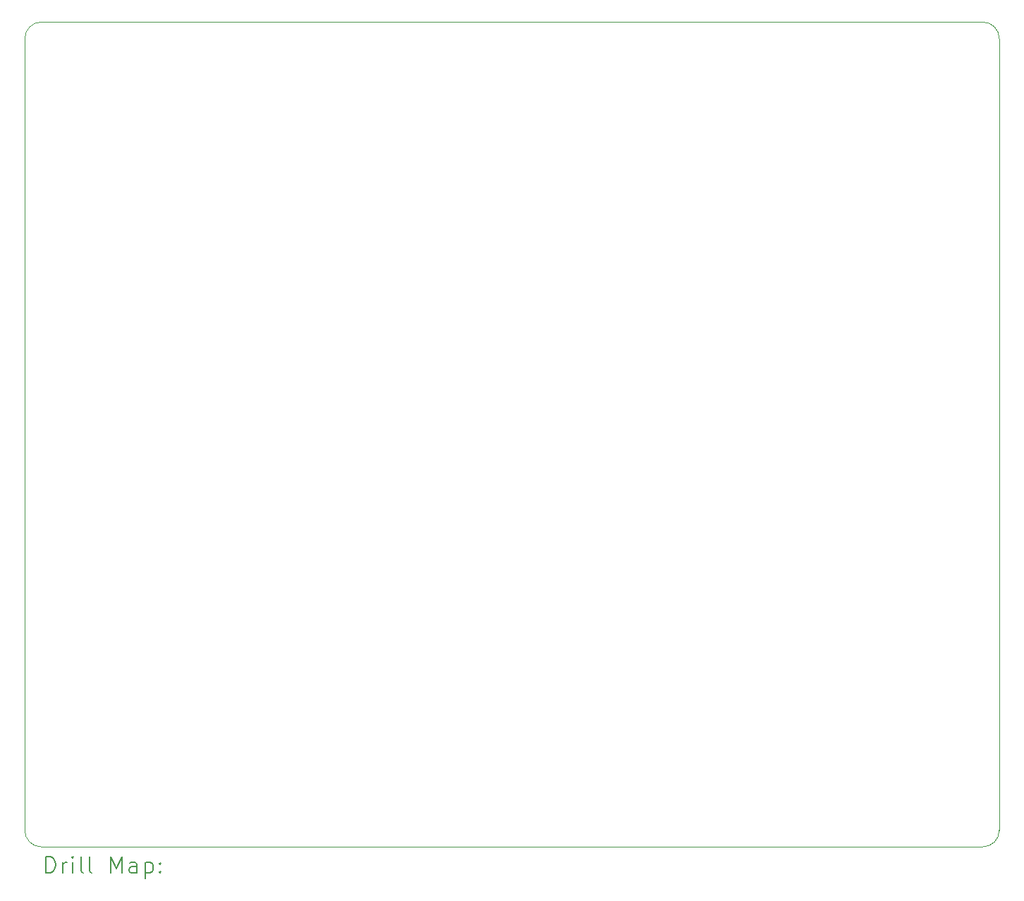
<source format=gbr>
%TF.GenerationSoftware,KiCad,Pcbnew,(6.0.11)*%
%TF.CreationDate,2024-04-02T21:51:22-04:00*%
%TF.ProjectId,Ultrasonic Sound Steering - Driver Rev. C,556c7472-6173-46f6-9e69-6320536f756e,rev?*%
%TF.SameCoordinates,Original*%
%TF.FileFunction,Drillmap*%
%TF.FilePolarity,Positive*%
%FSLAX45Y45*%
G04 Gerber Fmt 4.5, Leading zero omitted, Abs format (unit mm)*
G04 Created by KiCad (PCBNEW (6.0.11)) date 2024-04-02 21:51:22*
%MOMM*%
%LPD*%
G01*
G04 APERTURE LIST*
%ADD10C,0.100000*%
%ADD11C,0.200000*%
G04 APERTURE END LIST*
D10*
X31271911Y-4745000D02*
X31271490Y-14259579D01*
X31271910Y-4745000D02*
G75*
G03*
X31071911Y-4545000I-200000J0D01*
G01*
X19572331Y-14259579D02*
G75*
G03*
X19772333Y-14459579I199999J-1D01*
G01*
X19572333Y-14259579D02*
X19572333Y-4745421D01*
X19772333Y-4545421D02*
X31071911Y-4545000D01*
X31071490Y-14459579D02*
X19772333Y-14459579D01*
X31071490Y-14459580D02*
G75*
G03*
X31271490Y-14259579I0J200000D01*
G01*
X19772333Y-4545423D02*
G75*
G03*
X19572333Y-4745421I-3J-199997D01*
G01*
D11*
X19824952Y-14775055D02*
X19824952Y-14575055D01*
X19872571Y-14575055D01*
X19901142Y-14584579D01*
X19920190Y-14603626D01*
X19929714Y-14622674D01*
X19939238Y-14660769D01*
X19939238Y-14689340D01*
X19929714Y-14727436D01*
X19920190Y-14746483D01*
X19901142Y-14765531D01*
X19872571Y-14775055D01*
X19824952Y-14775055D01*
X20024952Y-14775055D02*
X20024952Y-14641721D01*
X20024952Y-14679817D02*
X20034476Y-14660769D01*
X20043999Y-14651245D01*
X20063047Y-14641721D01*
X20082095Y-14641721D01*
X20148761Y-14775055D02*
X20148761Y-14641721D01*
X20148761Y-14575055D02*
X20139238Y-14584579D01*
X20148761Y-14594102D01*
X20158285Y-14584579D01*
X20148761Y-14575055D01*
X20148761Y-14594102D01*
X20272571Y-14775055D02*
X20253523Y-14765531D01*
X20243999Y-14746483D01*
X20243999Y-14575055D01*
X20377333Y-14775055D02*
X20358285Y-14765531D01*
X20348761Y-14746483D01*
X20348761Y-14575055D01*
X20605904Y-14775055D02*
X20605904Y-14575055D01*
X20672571Y-14717912D01*
X20739238Y-14575055D01*
X20739238Y-14775055D01*
X20920190Y-14775055D02*
X20920190Y-14670293D01*
X20910666Y-14651245D01*
X20891619Y-14641721D01*
X20853523Y-14641721D01*
X20834476Y-14651245D01*
X20920190Y-14765531D02*
X20901142Y-14775055D01*
X20853523Y-14775055D01*
X20834476Y-14765531D01*
X20824952Y-14746483D01*
X20824952Y-14727436D01*
X20834476Y-14708388D01*
X20853523Y-14698864D01*
X20901142Y-14698864D01*
X20920190Y-14689340D01*
X21015428Y-14641721D02*
X21015428Y-14841721D01*
X21015428Y-14651245D02*
X21034476Y-14641721D01*
X21072571Y-14641721D01*
X21091619Y-14651245D01*
X21101142Y-14660769D01*
X21110666Y-14679817D01*
X21110666Y-14736959D01*
X21101142Y-14756007D01*
X21091619Y-14765531D01*
X21072571Y-14775055D01*
X21034476Y-14775055D01*
X21015428Y-14765531D01*
X21196380Y-14756007D02*
X21205904Y-14765531D01*
X21196380Y-14775055D01*
X21186857Y-14765531D01*
X21196380Y-14756007D01*
X21196380Y-14775055D01*
X21196380Y-14651245D02*
X21205904Y-14660769D01*
X21196380Y-14670293D01*
X21186857Y-14660769D01*
X21196380Y-14651245D01*
X21196380Y-14670293D01*
M02*

</source>
